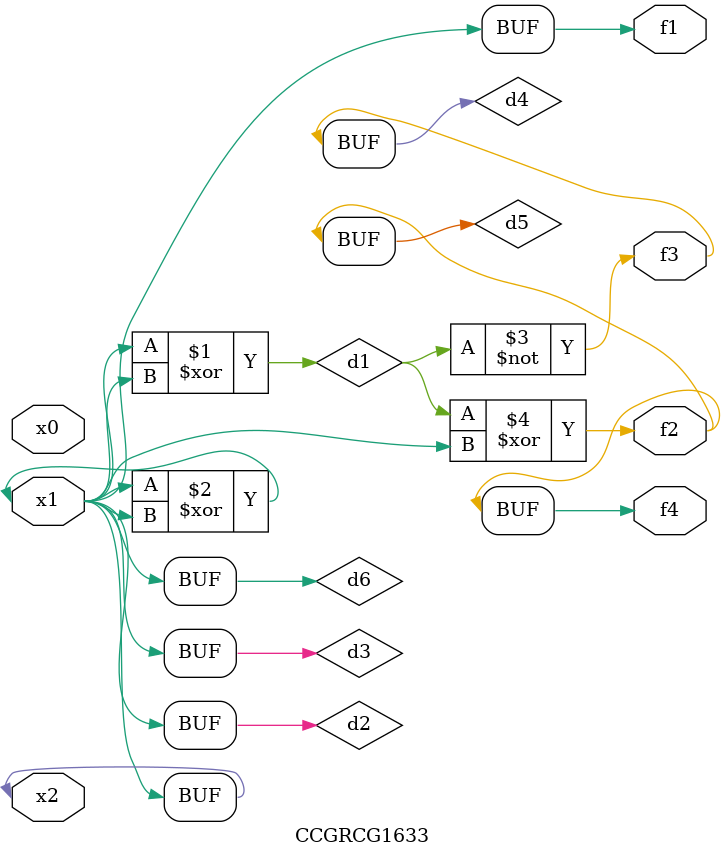
<source format=v>
module CCGRCG1633(
	input x0, x1, x2,
	output f1, f2, f3, f4
);

	wire d1, d2, d3, d4, d5, d6;

	xor (d1, x1, x2);
	buf (d2, x1, x2);
	xor (d3, x1, x2);
	nor (d4, d1);
	xor (d5, d1, d2);
	buf (d6, d2, d3);
	assign f1 = d6;
	assign f2 = d5;
	assign f3 = d4;
	assign f4 = d5;
endmodule

</source>
